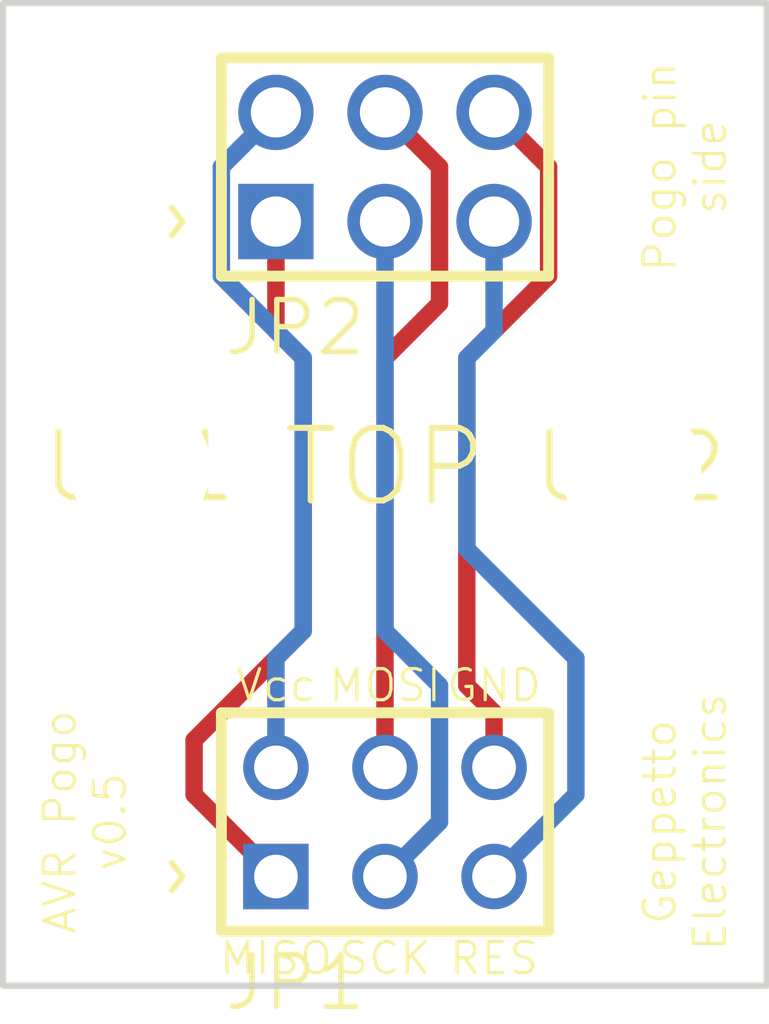
<source format=kicad_pcb>
(kicad_pcb (version 4) (host pcbnew 4.0.2-stable)

  (general
    (links 6)
    (no_connects 0)
    (area 139.536099 93.498599 157.466101 116.508601)
    (thickness 1.6)
    (drawings 16)
    (tracks 32)
    (zones 0)
    (modules 4)
    (nets 7)
  )

  (page A4)
  (layers
    (0 Top signal)
    (31 Bottom signal)
    (32 B.Adhes user)
    (33 F.Adhes user)
    (34 B.Paste user)
    (35 F.Paste user)
    (36 B.SilkS user)
    (37 F.SilkS user)
    (38 B.Mask user)
    (39 F.Mask user)
    (40 Dwgs.User user)
    (41 Cmts.User user)
    (42 Eco1.User user)
    (43 Eco2.User user)
    (44 Edge.Cuts user)
    (45 Margin user)
    (46 B.CrtYd user)
    (47 F.CrtYd user)
    (48 B.Fab user)
    (49 F.Fab user)
  )

  (setup
    (last_trace_width 0.25)
    (trace_clearance 0.1524)
    (zone_clearance 0.508)
    (zone_45_only no)
    (trace_min 0.2)
    (segment_width 0.2)
    (edge_width 0.15)
    (via_size 0.6)
    (via_drill 0.4)
    (via_min_size 0.4)
    (via_min_drill 0.3)
    (uvia_size 0.3)
    (uvia_drill 0.1)
    (uvias_allowed no)
    (uvia_min_size 0.2)
    (uvia_min_drill 0.1)
    (pcb_text_width 0.3)
    (pcb_text_size 1.5 1.5)
    (mod_edge_width 0.15)
    (mod_text_size 1 1)
    (mod_text_width 0.15)
    (pad_size 1.524 1.524)
    (pad_drill 0.762)
    (pad_to_mask_clearance 0.2)
    (aux_axis_origin 0 0)
    (visible_elements FFFFFF7F)
    (pcbplotparams
      (layerselection 0x00030_80000001)
      (usegerberextensions false)
      (excludeedgelayer true)
      (linewidth 0.100000)
      (plotframeref false)
      (viasonmask false)
      (mode 1)
      (useauxorigin false)
      (hpglpennumber 1)
      (hpglpenspeed 20)
      (hpglpendiameter 15)
      (hpglpenoverlay 2)
      (psnegative false)
      (psa4output false)
      (plotreference true)
      (plotvalue true)
      (plotinvisibletext false)
      (padsonsilk false)
      (subtractmaskfromsilk false)
      (outputformat 1)
      (mirror false)
      (drillshape 1)
      (scaleselection 1)
      (outputdirectory ""))
  )

  (net 0 "")
  (net 1 N$1)
  (net 2 N$2)
  (net 3 N$3)
  (net 4 N$4)
  (net 5 N$5)
  (net 6 N$6)

  (net_class Default "This is the default net class."
    (clearance 0.1524)
    (trace_width 0.25)
    (via_dia 0.6)
    (via_drill 0.4)
    (uvia_dia 0.3)
    (uvia_drill 0.1)
    (add_net N$1)
    (add_net N$2)
    (add_net N$3)
    (add_net N$4)
    (add_net N$5)
    (add_net N$6)
  )

  (module AVR-ISP-6 (layer Top) (tedit 57943BA3) (tstamp 5793EDBF)
    (at 148.5011 112.6236)
    (descr "<b>PIN HEADER</b><p> JTAG 6 Pin, 0.1\" Straight")
    (fp_text reference JP1 (at -3.81 4.445) (layer F.SilkS)
      (effects (font (size 1.2065 1.2065) (thickness 0.127)) (justify left bottom))
    )
    (fp_text value AVR-ISP-6VERT (at -3.81 -3.175) (layer F.SilkS) hide
      (effects (font (size 1.2065 1.2065) (thickness 0.1524)) (justify left bottom))
    )
    (fp_line (start -3.81 -2.54) (end 3.81 -2.54) (layer F.SilkS) (width 0.254))
    (fp_line (start 3.81 -2.54) (end 3.81 2.54) (layer F.SilkS) (width 0.254))
    (fp_line (start 3.81 2.54) (end -3.81 2.54) (layer F.SilkS) (width 0.254))
    (fp_line (start -3.81 2.54) (end -3.81 -2.54) (layer F.SilkS) (width 0.254))
    (fp_poly (pts (xy -2.794 1.524) (xy -2.286 1.524) (xy -2.286 1.016) (xy -2.794 1.016)) (layer Dwgs.User) (width 0))
    (fp_poly (pts (xy -2.794 -1.016) (xy -2.286 -1.016) (xy -2.286 -1.524) (xy -2.794 -1.524)) (layer Dwgs.User) (width 0))
    (fp_poly (pts (xy -0.254 -1.016) (xy 0.254 -1.016) (xy 0.254 -1.524) (xy -0.254 -1.524)) (layer Dwgs.User) (width 0))
    (fp_poly (pts (xy -0.254 1.524) (xy 0.254 1.524) (xy 0.254 1.016) (xy -0.254 1.016)) (layer Dwgs.User) (width 0))
    (fp_poly (pts (xy 2.286 -1.016) (xy 2.794 -1.016) (xy 2.794 -1.524) (xy 2.286 -1.524)) (layer Dwgs.User) (width 0))
    (fp_poly (pts (xy 2.286 1.524) (xy 2.794 1.524) (xy 2.794 1.016) (xy 2.286 1.016)) (layer Dwgs.User) (width 0))
    (pad 1 thru_hole rect (at -2.54 1.27) (size 1.524 1.524) (drill 1.016) (layers *.Cu *.Mask)
      (net 4 N$4))
    (pad 2 thru_hole circle (at -2.54 -1.27) (size 1.524 1.524) (drill 1.016) (layers *.Cu *.Mask)
      (net 1 N$1))
    (pad 3 thru_hole circle (at 0 1.27) (size 1.524 1.524) (drill 1.016) (layers *.Cu *.Mask)
      (net 5 N$5))
    (pad 4 thru_hole circle (at 0 -1.27) (size 1.524 1.524) (drill 1.016) (layers *.Cu *.Mask)
      (net 2 N$2))
    (pad 5 thru_hole circle (at 2.54 1.27) (size 1.524 1.524) (drill 1.016) (layers *.Cu *.Mask)
      (net 6 N$6))
    (pad 6 thru_hole circle (at 2.54 -1.27) (size 1.524 1.524) (drill 1.016) (layers *.Cu *.Mask)
      (net 3 N$3))
    (model Pin_Headers.3dshapes/Pin_Header_Straight_2x03.wrl
      (at (xyz 0 0 0))
      (scale (xyz 1 1 1))
      (rotate (xyz 0 0 0))
    )
  )

  (module AVR-PPINS-46-6ISP (layer Top) (tedit 57943BA9) (tstamp 5793EDD2)
    (at 148.5011 97.3836)
    (fp_text reference JP2 (at -3.81 4.445) (layer F.SilkS)
      (effects (font (size 1.2065 1.2065) (thickness 0.127)) (justify left bottom))
    )
    (fp_text value POGO-PIN-ISP46MIL (at -3.81 -3.175) (layer F.SilkS) hide
      (effects (font (size 1.2065 1.2065) (thickness 0.1524)) (justify left bottom))
    )
    (fp_line (start -3.81 -2.54) (end 3.81 -2.54) (layer F.SilkS) (width 0.254))
    (fp_line (start 3.81 -2.54) (end 3.81 2.54) (layer F.SilkS) (width 0.254))
    (fp_line (start 3.81 2.54) (end -3.81 2.54) (layer F.SilkS) (width 0.254))
    (fp_line (start -3.81 2.54) (end -3.81 -2.54) (layer F.SilkS) (width 0.254))
    (fp_poly (pts (xy -2.794 1.524) (xy -2.286 1.524) (xy -2.286 1.016) (xy -2.794 1.016)) (layer Dwgs.User) (width 0))
    (fp_poly (pts (xy -2.794 -1.016) (xy -2.286 -1.016) (xy -2.286 -1.524) (xy -2.794 -1.524)) (layer Dwgs.User) (width 0))
    (fp_poly (pts (xy -0.254 -1.016) (xy 0.254 -1.016) (xy 0.254 -1.524) (xy -0.254 -1.524)) (layer Dwgs.User) (width 0))
    (fp_poly (pts (xy -0.254 1.524) (xy 0.254 1.524) (xy 0.254 1.016) (xy -0.254 1.016)) (layer Dwgs.User) (width 0))
    (fp_poly (pts (xy 2.286 -1.016) (xy 2.794 -1.016) (xy 2.794 -1.524) (xy 2.286 -1.524)) (layer Dwgs.User) (width 0))
    (fp_poly (pts (xy 2.286 1.524) (xy 2.794 1.524) (xy 2.794 1.016) (xy 2.286 1.016)) (layer Dwgs.User) (width 0))
    (pad 1 thru_hole rect (at -2.54 1.27) (size 1.7526 1.7526) (drill 1.1684) (layers *.Cu *.Mask)
      (net 4 N$4))
    (pad 2 thru_hole circle (at -2.54 -1.27) (size 1.7526 1.7526) (drill 1.1684) (layers *.Cu *.Mask)
      (net 1 N$1))
    (pad 3 thru_hole circle (at 0 1.27) (size 1.7526 1.7526) (drill 1.1684) (layers *.Cu *.Mask)
      (net 5 N$5))
    (pad 4 thru_hole circle (at 0 -1.27) (size 1.7526 1.7526) (drill 1.1684) (layers *.Cu *.Mask)
      (net 2 N$2))
    (pad 5 thru_hole circle (at 2.54 1.27) (size 1.7526 1.7526) (drill 1.1684) (layers *.Cu *.Mask)
      (net 6 N$6))
    (pad 6 thru_hole circle (at 2.54 -1.27) (size 1.7526 1.7526) (drill 1.1684) (layers *.Cu *.Mask)
      (net 3 N$3))
  )

  (module STAND-OFF (layer Top) (tedit 0) (tstamp 5793EDE5)
    (at 142.7861 104.3686)
    (descr "<b>Stand Off</b><p>\nThis is the mechanical footprint for a #4 phillips button head screw. Use the keepout ring to avoid running the screw head into surrounding components. SKU : PRT-00447")
    (fp_text reference U$1 (at 0 0) (layer F.SilkS)
      (effects (font (thickness 0.15)))
    )
    (fp_text value "" (at 0 0) (layer F.SilkS)
      (effects (font (thickness 0.15)))
    )
    (fp_circle (center 0 0) (end 2.794 0) (layer Cmts.User) (width 0.127))
    (pad "" np_thru_hole circle (at 0 0) (size 3.302 3.302) (drill 3.302) (layers *.Cu))
  )

  (module STAND-OFF (layer Top) (tedit 0) (tstamp 5793EDEA)
    (at 154.2161 104.3686)
    (descr "<b>Stand Off</b><p>\nThis is the mechanical footprint for a #4 phillips button head screw. Use the keepout ring to avoid running the screw head into surrounding components. SKU : PRT-00447")
    (fp_text reference U$2 (at 0 0) (layer F.SilkS)
      (effects (font (thickness 0.15)))
    )
    (fp_text value "" (at 0 0) (layer F.SilkS)
      (effects (font (thickness 0.15)))
    )
    (fp_circle (center 0 0) (end 2.794 0) (layer Cmts.User) (width 0.127))
    (pad "" np_thru_hole circle (at 0 0) (size 3.302 3.302) (drill 3.302) (layers *.Cu))
  )

  (gr_line (start 139.6111 116.4336) (end 157.3911 116.4336) (layer Edge.Cuts) (width 0.15) (tstamp 4967DA0))
  (gr_line (start 157.3911 116.4336) (end 157.3911 93.5736) (layer Edge.Cuts) (width 0.15) (tstamp 4968720))
  (gr_line (start 157.3911 93.5736) (end 139.6111 93.5736) (layer Edge.Cuts) (width 0.15) (tstamp 49690A0))
  (gr_line (start 139.6111 93.5736) (end 139.6111 116.4336) (layer Edge.Cuts) (width 0.15) (tstamp 4969A20))
  (gr_text TOP (at 148.5011 104.3686) (layer F.SilkS) (tstamp 496A3A0)
    (effects (font (size 1.6891 1.6891) (thickness 0.14224)))
  )
  (gr_text ^ (at 142.7861 98.6536 270) (layer F.SilkS) (tstamp 496AD20)
    (effects (font (size 1.6891 1.6891) (thickness 0.14224)) (justify mirror))
  )
  (gr_text ^ (at 142.7861 113.8936 270) (layer F.SilkS) (tstamp 496B7D0)
    (effects (font (size 1.6891 1.6891) (thickness 0.14224)) (justify mirror))
  )
  (gr_text Vcc (at 145.9611 109.4486) (layer F.SilkS) (tstamp 496C280)
    (effects (font (size 0.7239 0.7239) (thickness 0.0762)))
  )
  (gr_text MISO (at 145.9611 115.7986) (layer F.SilkS) (tstamp 496CD30)
    (effects (font (size 0.7239 0.7239) (thickness 0.0762)))
  )
  (gr_text MOSI (at 148.5011 109.4486) (layer F.SilkS) (tstamp 496D780)
    (effects (font (size 0.7239 0.7239) (thickness 0.0762)))
  )
  (gr_text GND (at 151.0411 109.4486) (layer F.SilkS) (tstamp 496E230)
    (effects (font (size 0.7239 0.7239) (thickness 0.0762)))
  )
  (gr_text SCK (at 148.5011 115.7986) (layer F.SilkS) (tstamp 496ECE0)
    (effects (font (size 0.7239 0.7239) (thickness 0.0762)))
  )
  (gr_text RES (at 151.0411 115.7986) (layer F.SilkS) (tstamp 496F790)
    (effects (font (size 0.7239 0.7239) (thickness 0.0762)))
  )
  (gr_text "Geppetto\nElectronics" (at 155.4861 112.6236 90) (layer F.SilkS) (tstamp 4970240)
    (effects (font (size 0.7239 0.7239) (thickness 0.0762)))
  )
  (gr_text "AVR Pogo\nv0.5" (at 141.5161 112.6236 90) (layer F.SilkS) (tstamp 4970E50)
    (effects (font (size 0.7239 0.7239) (thickness 0.0762)))
  )
  (gr_text "Pogo pin\nside" (at 155.4861 97.3836 90) (layer F.SilkS) (tstamp 4971A60)
    (effects (font (size 0.7239 0.7239) (thickness 0.0762)))
  )

  (segment (start 145.9611 111.3536) (end 145.9611 108.8136) (width 0.4064) (layer Bottom) (net 1) (tstamp 49BEAC0))
  (segment (start 145.9611 108.8136) (end 146.5961 108.1786) (width 0.4064) (layer Bottom) (net 1) (tstamp 49BF440))
  (segment (start 146.5961 108.1786) (end 146.5961 101.8286) (width 0.4064) (layer Bottom) (net 1) (tstamp 49BFDC0))
  (segment (start 146.5961 101.8286) (end 144.6911 99.9236) (width 0.4064) (layer Bottom) (net 1) (tstamp 49C0740))
  (segment (start 144.6911 99.9236) (end 144.6911 97.3836) (width 0.4064) (layer Bottom) (net 1) (tstamp 49C10C0))
  (segment (start 144.6911 97.3836) (end 145.9611 96.1136) (width 0.4064) (layer Bottom) (net 1) (tstamp 49C1A40))
  (segment (start 148.5011 96.1136) (end 149.7711 97.3836) (width 0.4064) (layer Top) (net 2) (tstamp 49C30D0))
  (segment (start 149.7711 97.3836) (end 149.7711 100.5586) (width 0.4064) (layer Top) (net 2) (tstamp 49C3A50))
  (segment (start 149.7711 100.5586) (end 148.5011 101.8286) (width 0.4064) (layer Top) (net 2) (tstamp 49C43D0))
  (segment (start 148.5011 101.8286) (end 148.5011 111.3536) (width 0.4064) (layer Top) (net 2) (tstamp 49C4D50))
  (segment (start 151.0411 96.1136) (end 152.3111 97.3836) (width 0.4064) (layer Top) (net 3) (tstamp 49C63E0))
  (segment (start 152.3111 97.3836) (end 152.3111 99.9236) (width 0.4064) (layer Top) (net 3) (tstamp 49C6D60))
  (segment (start 152.3111 99.9236) (end 150.4061 101.8286) (width 0.4064) (layer Top) (net 3) (tstamp 49C76E0))
  (segment (start 150.4061 101.8286) (end 150.4061 109.4486) (width 0.4064) (layer Top) (net 3) (tstamp 49C8060))
  (segment (start 150.4061 109.4486) (end 151.0411 110.0836) (width 0.4064) (layer Top) (net 3) (tstamp 49C89E0))
  (segment (start 151.0411 110.0836) (end 151.0411 111.3536) (width 0.4064) (layer Top) (net 3) (tstamp 49C9360))
  (segment (start 145.9611 113.8936) (end 144.0561 111.9886) (width 0.4064) (layer Top) (net 4) (tstamp 49CA9F0))
  (segment (start 144.0561 111.9886) (end 144.0561 110.7186) (width 0.4064) (layer Top) (net 4) (tstamp 49CB370))
  (segment (start 144.0561 110.7186) (end 146.5961 108.1786) (width 0.4064) (layer Top) (net 4) (tstamp 49CBCF0))
  (segment (start 146.5961 108.1786) (end 146.5961 101.8286) (width 0.4064) (layer Top) (net 4) (tstamp 49CC670))
  (segment (start 146.5961 101.8286) (end 145.9611 101.1936) (width 0.4064) (layer Top) (net 4) (tstamp 49CCFF0))
  (segment (start 145.9611 101.1936) (end 145.9611 98.6536) (width 0.4064) (layer Top) (net 4) (tstamp 49CD970))
  (segment (start 148.5011 108.1786) (end 148.5011 98.6536) (width 0.4064) (layer Bottom) (net 5) (tstamp 49CF000))
  (segment (start 148.5011 113.8936) (end 149.7711 112.6236) (width 0.4064) (layer Bottom) (net 5) (tstamp 49CF980))
  (segment (start 149.7711 112.6236) (end 149.7711 109.4486) (width 0.4064) (layer Bottom) (net 5) (tstamp 49D0300))
  (segment (start 149.7711 109.4486) (end 148.5011 108.1786) (width 0.4064) (layer Bottom) (net 5) (tstamp 49D0C80))
  (segment (start 151.0411 113.8936) (end 152.9461 111.9886) (width 0.4064) (layer Bottom) (net 6) (tstamp 49D2310))
  (segment (start 152.9461 111.9886) (end 152.9461 108.8136) (width 0.4064) (layer Bottom) (net 6) (tstamp 49D2C90))
  (segment (start 152.9461 108.8136) (end 150.4061 106.2736) (width 0.4064) (layer Bottom) (net 6) (tstamp 49D3610))
  (segment (start 150.4061 106.2736) (end 150.4061 101.8286) (width 0.4064) (layer Bottom) (net 6) (tstamp 49D3F90))
  (segment (start 150.4061 101.8286) (end 151.0411 101.1936) (width 0.4064) (layer Bottom) (net 6) (tstamp 49D4910))
  (segment (start 151.0411 101.1936) (end 151.0411 98.6536) (width 0.4064) (layer Bottom) (net 6) (tstamp 49D5290))

)

</source>
